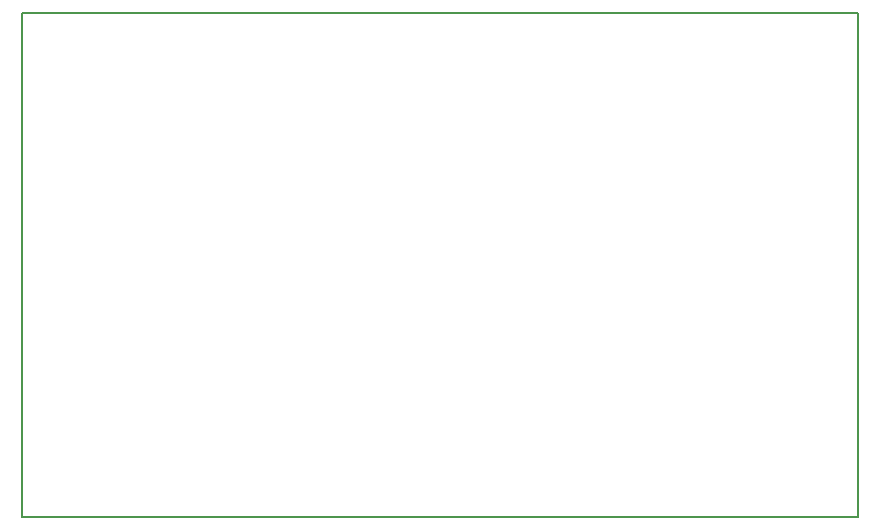
<source format=gbo>
G04 MADE WITH FRITZING*
G04 WWW.FRITZING.ORG*
G04 DOUBLE SIDED*
G04 HOLES PLATED*
G04 CONTOUR ON CENTER OF CONTOUR VECTOR*
%ASAXBY*%
%FSLAX23Y23*%
%MOIN*%
%OFA0B0*%
%SFA1.0B1.0*%
%ADD10R,2.795280X1.686660X2.779280X1.670660*%
%ADD11C,0.008000*%
%LNSILK0*%
G90*
G70*
G54D11*
X4Y1683D02*
X2791Y1683D01*
X2791Y4D01*
X4Y4D01*
X4Y1683D01*
D02*
G04 End of Silk0*
M02*
</source>
